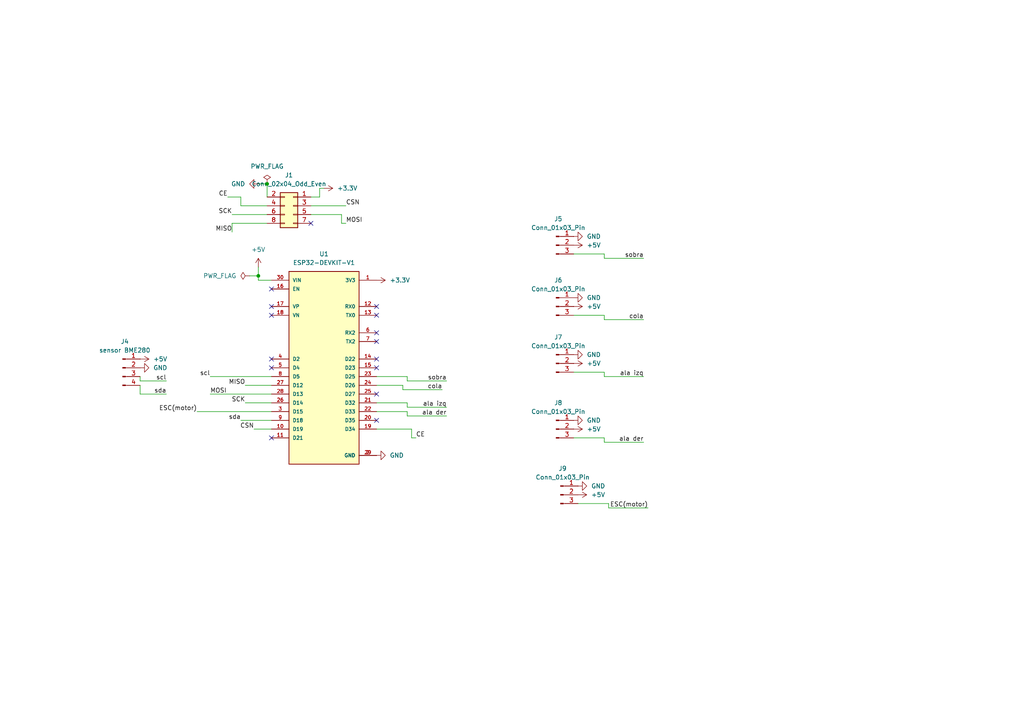
<source format=kicad_sch>
(kicad_sch (version 20231120) (generator "eeschema") (generator_version "8.0")
  (paper "A4")
  (lib_symbols
    (symbol "Connector:Conn_01x03_Pin" (pin_names (offset 1.016) hide)
      (property "Reference" "J" (at 0 5.08 0))
      (property "Value" "Conn_01x03_Pin" (at 0 -5.08 0))
      (symbol "Conn_01x03_Pin_1_1"
        (polyline (pts (xy 1.27 -2.54) (xy 0.8636 -2.54)) (stroke (width 0.1524)))
        (polyline (pts (xy 1.27 0) (xy 0.8636 0)) (stroke (width 0.1524)))
        (polyline (pts (xy 1.27 2.54) (xy 0.8636 2.54)) (stroke (width 0.1524)))
        (rectangle (start 0.8636 -2.413) (end 0 -2.667) (stroke (width 0.1524)) (fill (type outline)))
        (rectangle (start 0.8636 0.127) (end 0 -0.127) (stroke (width 0.1524)) (fill (type outline)))
        (rectangle (start 0.8636 2.667) (end 0 2.413) (stroke (width 0.1524)) (fill (type outline)))
        (pin passive line (at 5.08 2.54 180) (length 3.81) (name "Pin_1") (number "1"))
        (pin passive line (at 5.08 0 180) (length 3.81) (name "Pin_2") (number "2"))
        (pin passive line (at 5.08 -2.54 180) (length 3.81) (name "Pin_3") (number "3"))
      )
    )
    (symbol "Connector:Conn_01x04_Pin" (pin_names (offset 1.016) hide)
      (property "Reference" "J" (at 0 5.08 0))
      (property "Value" "Conn_01x04_Pin" (at 0 -7.62 0))
      (symbol "Conn_01x04_Pin_1_1"
        (polyline (pts (xy 1.27 -5.08) (xy 0.8636 -5.08)) (stroke (width 0.1524)))
        (polyline (pts (xy 1.27 -2.54) (xy 0.8636 -2.54)) (stroke (width 0.1524)))
        (polyline (pts (xy 1.27 0) (xy 0.8636 0)) (stroke (width 0.1524)))
        (polyline (pts (xy 1.27 2.54) (xy 0.8636 2.54)) (stroke (width 0.1524)))
        (rectangle (start 0.8636 -4.953) (end 0 -5.207) (stroke (width 0.1524)) (fill (type outline)))
        (rectangle (start 0.8636 -2.413) (end 0 -2.667) (stroke (width 0.1524)) (fill (type outline)))
        (rectangle (start 0.8636 0.127) (end 0 -0.127) (stroke (width 0.1524)) (fill (type outline)))
        (rectangle (start 0.8636 2.667) (end 0 2.413) (stroke (width 0.1524)) (fill (type outline)))
        (pin passive line (at 5.08 2.54 180) (length 3.81) (name "Pin_1") (number "1"))
        (pin passive line (at 5.08 0 180) (length 3.81) (name "Pin_2") (number "2"))
        (pin passive line (at 5.08 -2.54 180) (length 3.81) (name "Pin_3") (number "3"))
        (pin passive line (at 5.08 -5.08 180) (length 3.81) (name "Pin_4") (number "4"))
      )
    )
    (symbol "Connector_Generic:Conn_02x04_Odd_Even" (pin_names (offset 1.016) hide)
      (property "Reference" "J" (at 1.27 5.08 0))
      (property "Value" "Conn_02x04_Odd_Even" (at 1.27 -7.62 0))
      (symbol "Conn_02x04_Odd_Even_1_1"
        (rectangle (start -1.27 -4.953) (end 0 -5.207) (stroke (width 0.1524)))
        (rectangle (start -1.27 -2.413) (end 0 -2.667) (stroke (width 0.1524)))
        (rectangle (start -1.27 0.127) (end 0 -0.127) (stroke (width 0.1524)))
        (rectangle (start -1.27 2.667) (end 0 2.413) (stroke (width 0.1524)))
        (rectangle (start -1.27 3.81) (end 3.81 -6.35) (stroke (width 0.254)) (fill (type background)))
        (rectangle (start 3.81 -4.953) (end 2.54 -5.207) (stroke (width 0.1524)))
        (rectangle (start 3.81 -2.413) (end 2.54 -2.667) (stroke (width 0.1524)))
        (rectangle (start 3.81 0.127) (end 2.54 -0.127) (stroke (width 0.1524)))
        (rectangle (start 3.81 2.667) (end 2.54 2.413) (stroke (width 0.1524)))
        (pin passive line (at -5.08 2.54 0) (length 3.81) (name "Pin_1") (number "1"))
        (pin passive line (at 7.62 2.54 180) (length 3.81) (name "Pin_2") (number "2"))
        (pin passive line (at -5.08 0 0) (length 3.81) (name "Pin_3") (number "3"))
        (pin passive line (at 7.62 0 180) (length 3.81) (name "Pin_4") (number "4"))
        (pin passive line (at -5.08 -2.54 0) (length 3.81) (name "Pin_5") (number "5"))
        (pin passive line (at 7.62 -2.54 180) (length 3.81) (name "Pin_6") (number "6"))
        (pin passive line (at -5.08 -5.08 0) (length 3.81) (name "Pin_7") (number "7"))
        (pin passive line (at 7.62 -5.08 180) (length 3.81) (name "Pin_8") (number "8"))
      )
    )
    (symbol "ESP32 huella:ESP32-DEVKIT-V1" (pin_names (offset 1.016))
      (property "Reference" "U" (at -10.16 30.48 0))
      (property "Value" "ESP32-DEVKIT-V1" (at -10.16 -30.48 0))
      (symbol "ESP32-DEVKIT-V1_0_0"
        (rectangle (start -10.16 -27.94) (end 10.16 27.94) (stroke (width 0.254)) (fill (type background)))
        (pin output line (at 15.24 25.4 180) (length 5.08) (name "3V3") (number "1"))
        (pin bidirectional line (at -15.24 -17.78 0) (length 5.08) (name "D19") (number "10"))
        (pin bidirectional line (at -15.24 -20.32 0) (length 5.08) (name "D21") (number "11"))
        (pin input line (at 15.24 17.78 180) (length 5.08) (name "RX0") (number "12"))
        (pin output line (at 15.24 15.24 180) (length 5.08) (name "TX0") (number "13"))
        (pin bidirectional line (at 15.24 2.54 180) (length 5.08) (name "D22") (number "14"))
        (pin bidirectional line (at 15.24 0 180) (length 5.08) (name "D23") (number "15"))
        (pin input line (at -15.24 22.86 0) (length 5.08) (name "EN") (number "16"))
        (pin bidirectional line (at -15.24 17.78 0) (length 5.08) (name "VP") (number "17"))
        (pin bidirectional line (at -15.24 15.24 0) (length 5.08) (name "VN") (number "18"))
        (pin bidirectional line (at 15.24 -17.78 180) (length 5.08) (name "D34") (number "19"))
        (pin power_in line (at 15.24 -25.4 180) (length 5.08) (name "GND") (number "2"))
        (pin bidirectional line (at 15.24 -15.24 180) (length 5.08) (name "D35") (number "20"))
        (pin bidirectional line (at 15.24 -10.16 180) (length 5.08) (name "D32") (number "21"))
        (pin bidirectional line (at 15.24 -12.7 180) (length 5.08) (name "D33") (number "22"))
        (pin bidirectional line (at 15.24 -2.54 180) (length 5.08) (name "D25") (number "23"))
        (pin bidirectional line (at 15.24 -5.08 180) (length 5.08) (name "D26") (number "24"))
        (pin bidirectional line (at 15.24 -7.62 180) (length 5.08) (name "D27") (number "25"))
        (pin bidirectional line (at -15.24 -10.16 0) (length 5.08) (name "D14") (number "26"))
        (pin bidirectional line (at -15.24 -5.08 0) (length 5.08) (name "D12") (number "27"))
        (pin bidirectional line (at -15.24 -7.62 0) (length 5.08) (name "D13") (number "28"))
        (pin power_in line (at 15.24 -25.4 180) (length 5.08) (name "GND") (number "29"))
        (pin bidirectional line (at -15.24 -12.7 0) (length 5.08) (name "D15") (number "3"))
        (pin input line (at -15.24 25.4 0) (length 5.08) (name "VIN") (number "30"))
        (pin bidirectional line (at -15.24 2.54 0) (length 5.08) (name "D2") (number "4"))
        (pin bidirectional line (at -15.24 0 0) (length 5.08) (name "D4") (number "5"))
        (pin input line (at 15.24 10.16 180) (length 5.08) (name "RX2") (number "6"))
        (pin output line (at 15.24 7.62 180) (length 5.08) (name "TX2") (number "7"))
        (pin bidirectional line (at -15.24 -2.54 0) (length 5.08) (name "D5") (number "8"))
        (pin bidirectional line (at -15.24 -15.24 0) (length 5.08) (name "D18") (number "9"))
      )
    )
    (symbol "power:+3.3V" (power) (pin_numbers hide) (pin_names (offset 0) hide)
      (property "Value" "+3.3V" (at 0 3.556 0))
      (symbol "+3.3V_0_1"
        (polyline (pts (xy -0.762 1.27) (xy 0 2.54)))
        (polyline (pts (xy 0 0) (xy 0 2.54)))
        (polyline (pts (xy 0 2.54) (xy 0.762 1.27)))
      )
      (symbol "+3.3V_1_1"
        (pin power_in line (at 0 0 90) (length 0) (name "~") (number "1"))
      )
    )
    (symbol "power:+5V" (power) (pin_numbers hide) (pin_names (offset 0) hide)
      (property "Value" "+5V" (at 0 3.556 0))
      (symbol "+5V_0_1"
        (polyline (pts (xy -0.762 1.27) (xy 0 2.54)))
        (polyline (pts (xy 0 0) (xy 0 2.54)))
        (polyline (pts (xy 0 2.54) (xy 0.762 1.27)))
      )
      (symbol "+5V_1_1"
        (pin power_in line (at 0 0 90) (length 0) (name "~") (number "1"))
      )
    )
    (symbol "power:GND" (power) (pin_numbers hide) (pin_names (offset 0) hide)
      (property "Value" "GND" (at 0 -3.81 0))
      (symbol "GND_0_1"
        (polyline (pts (xy 0 0) (xy 0 -1.27) (xy 1.27 -1.27) (xy 0 -2.54) (xy -1.27 -1.27) (xy 0 -1.27)))
      )
      (symbol "GND_1_1"
        (pin power_in line (at 0 0 270) (length 0) (name "~") (number "1"))
      )
    )
    (symbol "power:PWR_FLAG" (power) (pin_numbers hide) (pin_names (offset 0) hide)
      (property "Value" "PWR_FLAG" (at 0 3.81 0))
      (symbol "PWR_FLAG_0_0"
        (pin power_out line (at 0 0 90) (length 0) (name "~") (number "1"))
      )
      (symbol "PWR_FLAG_0_1"
        (polyline (pts (xy 0 0) (xy 0 1.27) (xy -1.016 1.905) (xy 0 2.54) (xy 1.016 1.905) (xy 0 1.27)))
      )
    )
  )
  (junction (at 74.93 80.01))
  (junction (at 77.47 53.34))
  (no_connect (at 109.22 99.06))
  (no_connect (at 78.74 104.14))
  (no_connect (at 109.22 96.52))
  (no_connect (at 109.22 114.3))
  (no_connect (at 78.74 91.44))
  (no_connect (at 90.17 64.77))
  (no_connect (at 78.74 127))
  (no_connect (at 109.22 104.14))
  (no_connect (at 78.74 83.82))
  (no_connect (at 78.74 88.9))
  (no_connect (at 78.74 106.68))
  (no_connect (at 109.22 121.92))
  (no_connect (at 109.22 106.68))
  (no_connect (at 109.22 91.44))
  (no_connect (at 109.22 88.9))
  (wire (pts (xy 71.12 116.84) (xy 78.74 116.84)))
  (wire (pts (xy 166.37 107.95) (xy 175.26 107.95)))
  (wire (pts (xy 67.31 64.77) (xy 67.31 67.31)))
  (wire (pts (xy 90.17 59.69) (xy 100.33 59.69)))
  (wire (pts (xy 118.11 120.65) (xy 129.54 120.65)))
  (wire (pts (xy 167.64 146.05) (xy 176.53 146.05)))
  (wire (pts (xy 175.26 107.95) (xy 175.26 109.22)))
  (wire (pts (xy 99.06 64.77) (xy 100.33 64.77)))
  (wire (pts (xy 118.11 118.11) (xy 129.54 118.11)))
  (wire (pts (xy 175.26 73.66) (xy 175.26 74.93)))
  (wire (pts (xy 48.26 110.49) (xy 40.64 110.49)))
  (wire (pts (xy 116.84 111.76) (xy 109.22 111.76)))
  (wire (pts (xy 119.38 127) (xy 119.38 124.46)))
  (wire (pts (xy 60.96 114.3) (xy 78.74 114.3)))
  (wire (pts (xy 175.26 92.71) (xy 186.69 92.71)))
  (wire (pts (xy 118.11 109.22) (xy 118.11 110.49)))
  (wire (pts (xy 175.26 109.22) (xy 186.69 109.22)))
  (wire (pts (xy 176.53 147.32) (xy 187.96 147.32)))
  (wire (pts (xy 92.71 57.15) (xy 90.17 57.15)))
  (wire (pts (xy 71.12 111.76) (xy 78.74 111.76)))
  (wire (pts (xy 175.26 91.44) (xy 175.26 92.71)))
  (wire (pts (xy 109.22 109.22) (xy 118.11 109.22)))
  (wire (pts (xy 78.74 81.28) (xy 74.93 81.28)))
  (wire (pts (xy 118.11 116.84) (xy 118.11 118.11)))
  (wire (pts (xy 99.06 64.77) (xy 99.06 62.23)))
  (wire (pts (xy 69.85 59.69) (xy 77.47 59.69)))
  (wire (pts (xy 176.53 146.05) (xy 176.53 147.32)))
  (wire (pts (xy 69.85 57.15) (xy 69.85 59.69)))
  (wire (pts (xy 116.84 113.03) (xy 128.27 113.03)))
  (wire (pts (xy 166.37 127) (xy 175.26 127)))
  (wire (pts (xy 48.26 114.3) (xy 40.64 114.3)))
  (wire (pts (xy 119.38 124.46) (xy 109.22 124.46)))
  (wire (pts (xy 99.06 62.23) (xy 90.17 62.23)))
  (wire (pts (xy 109.22 119.38) (xy 118.11 119.38)))
  (wire (pts (xy 74.93 53.34) (xy 77.47 53.34)))
  (wire (pts (xy 60.96 109.22) (xy 78.74 109.22)))
  (wire (pts (xy 119.38 127) (xy 120.65 127)))
  (wire (pts (xy 118.11 110.49) (xy 129.54 110.49)))
  (wire (pts (xy 69.85 57.15) (xy 66.04 57.15)))
  (wire (pts (xy 93.98 54.61) (xy 92.71 54.61)))
  (wire (pts (xy 74.93 81.28) (xy 74.93 80.01)))
  (wire (pts (xy 74.93 80.01) (xy 74.93 77.47)))
  (wire (pts (xy 166.37 91.44) (xy 175.26 91.44)))
  (wire (pts (xy 40.64 110.49) (xy 40.64 109.22)))
  (wire (pts (xy 77.47 53.34) (xy 77.47 57.15)))
  (wire (pts (xy 109.22 116.84) (xy 118.11 116.84)))
  (wire (pts (xy 175.26 74.93) (xy 186.69 74.93)))
  (wire (pts (xy 40.64 114.3) (xy 40.64 111.76)))
  (wire (pts (xy 69.85 121.92) (xy 78.74 121.92)))
  (wire (pts (xy 92.71 54.61) (xy 92.71 57.15)))
  (wire (pts (xy 166.37 73.66) (xy 175.26 73.66)))
  (wire (pts (xy 175.26 127) (xy 175.26 128.27)))
  (wire (pts (xy 116.84 111.76) (xy 116.84 113.03)))
  (wire (pts (xy 72.39 80.01) (xy 74.93 80.01)))
  (wire (pts (xy 77.47 64.77) (xy 67.31 64.77)))
  (wire (pts (xy 118.11 119.38) (xy 118.11 120.65)))
  (wire (pts (xy 57.15 119.38) (xy 78.74 119.38)))
  (wire (pts (xy 77.47 62.23) (xy 67.31 62.23)))
  (wire (pts (xy 73.66 124.46) (xy 78.74 124.46)))
  (wire (pts (xy 175.26 128.27) (xy 186.69 128.27)))
  (label "CE" (at 66.04 57.15 180))
  (label "ala der" (at 129.54 120.65 180))
  (label "sda" (at 69.85 121.92 180))
  (label "CSN" (at 73.66 124.46 180))
  (label "CE" (at 120.65 127 0))
  (label "sobra" (at 129.54 110.49 180))
  (label "SCK" (at 67.31 62.23 180))
  (label "ESC(motor)" (at 187.96 147.32 180))
  (label "sda" (at 48.26 114.3 180))
  (label "scl" (at 48.26 110.49 180))
  (label "ala der" (at 186.69 128.27 180))
  (label "ESC(motor)" (at 57.15 119.38 180))
  (label "MOSI" (at 100.33 64.77 0))
  (label "CSN" (at 100.33 59.69 0))
  (label "cola" (at 128.27 113.03 180))
  (label "ala izq" (at 129.54 118.11 180))
  (label "cola" (at 186.69 92.71 180))
  (label "MISO" (at 67.31 67.31 180))
  (label "scl" (at 60.96 109.22 180))
  (label "SCK" (at 71.12 116.84 180))
  (label "MOSI" (at 60.96 114.3 0))
  (label "ala izq" (at 186.69 109.22 180))
  (label "MISO" (at 71.12 111.76 180))
  (label "sobra" (at 186.69 74.93 180))
  (symbol (lib_id "Connector:Conn_01x04_Pin") (at 35.56 106.68 0) (unit 1)
    (property "Reference" "J4" (at 36.195 99.06 0))
    (property "Value" "sensor BME280" (at 36.195 101.6 0))
    (property "Footprint" "Connector_PinHeader_2.54mm:PinHeader_1x04_P2.54mm_Vertical" (effects (hide yes)))
    (property "Description" "Generic connector, single row, 01x04, script generated" (effects (hide yes)))
  )
  (symbol (lib_id "power:+5V") (at 40.64 104.14 270) (unit 1)
    (property "Reference" "#PWR02" (effects (hide yes)))
    (property "Value" "+5V" (at 44.45 104.1399 90) (effects (justify left)))
    (property "Description" "Power symbol creates a global label with name \"+5V\"" (effects (hide yes)))
  )
  (symbol (lib_id "power:GND") (at 166.37 86.36 90) (unit 1)
    (property "Reference" "#PWR09" (effects (hide yes)))
    (property "Value" "GND" (at 170.18 86.3599 90) (effects (justify right)))
    (property "Description" "Power symbol creates a global label with name \"GND\" , ground" (effects (hide yes)))
  )
  (symbol (lib_id "Connector:Conn_01x03_Pin") (at 161.29 124.46 0) (unit 1)
    (property "Reference" "J8" (at 161.925 116.84 0))
    (property "Value" "Conn_01x03_Pin" (at 161.925 119.38 0))
    (property "Footprint" "Connector_PinHeader_2.54mm:PinHeader_1x03_P2.54mm_Vertical" (effects (hide yes)))
    (property "Description" "Generic connector, single row, 01x03, script generated" (effects (hide yes)))
  )
  (symbol (lib_id "power:+3.3V") (at 93.98 54.61 270) (unit 1)
    (property "Reference" "#PWR05" (effects (hide yes)))
    (property "Value" "+3.3V" (at 97.79 54.6099 90) (effects (justify left)))
    (property "Description" "Power symbol creates a global label with name \"+3.3V\"" (effects (hide yes)))
  )
  (symbol (lib_id "power:GND") (at 74.93 53.34 270) (unit 1)
    (property "Reference" "#PWR01" (effects (hide yes)))
    (property "Value" "GND" (at 71.12 53.3399 90) (effects (justify right)))
    (property "Description" "Power symbol creates a global label with name \"GND\" , ground" (effects (hide yes)))
  )
  (symbol (lib_id "power:+5V") (at 74.93 77.47 0) (unit 1)
    (property "Reference" "#PWR018" (effects (hide yes)))
    (property "Value" "+5V" (at 74.93 72.39 0))
    (property "Description" "Power symbol creates a global label with name \"+5V\"" (effects (hide yes)))
  )
  (symbol (lib_id "power:GND") (at 166.37 121.92 90) (unit 1)
    (property "Reference" "#PWR013" (effects (hide yes)))
    (property "Value" "GND" (at 170.18 121.9199 90) (effects (justify right)))
    (property "Description" "Power symbol creates a global label with name \"GND\" , ground" (effects (hide yes)))
  )
  (symbol (lib_id "Connector:Conn_01x03_Pin") (at 162.56 143.51 0) (unit 1)
    (property "Reference" "J9" (at 163.195 135.89 0))
    (property "Value" "Conn_01x03_Pin" (at 163.195 138.43 0))
    (property "Footprint" "Connector_PinHeader_2.54mm:PinHeader_1x03_P2.54mm_Vertical" (effects (hide yes)))
    (property "Description" "Generic connector, single row, 01x03, script generated" (effects (hide yes)))
  )
  (symbol (lib_id "Connector:Conn_01x03_Pin") (at 161.29 105.41 0) (unit 1)
    (property "Reference" "J7" (at 161.925 97.79 0))
    (property "Value" "Conn_01x03_Pin" (at 161.925 100.33 0))
    (property "Footprint" "Connector_PinHeader_2.54mm:PinHeader_1x03_P2.54mm_Vertical" (effects (hide yes)))
    (property "Description" "Generic connector, single row, 01x03, script generated" (effects (hide yes)))
  )
  (symbol (lib_id "power:GND") (at 166.37 102.87 90) (unit 1)
    (property "Reference" "#PWR011" (effects (hide yes)))
    (property "Value" "GND" (at 170.18 102.8699 90) (effects (justify right)))
    (property "Description" "Power symbol creates a global label with name \"GND\" , ground" (effects (hide yes)))
  )
  (symbol (lib_id "power:PWR_FLAG") (at 72.39 80.01 90) (unit 1)
    (property "Reference" "#FLG03" (effects (hide yes)))
    (property "Value" "PWR_FLAG" (at 68.58 80.0099 90) (effects (justify left)))
    (property "Description" "Special symbol for telling ERC where power comes from" (effects (hide yes)))
  )
  (symbol (lib_id "power:GND") (at 166.37 68.58 90) (unit 1)
    (property "Reference" "#PWR08" (effects (hide yes)))
    (property "Value" "GND" (at 170.18 68.5799 90) (effects (justify right)))
    (property "Description" "Power symbol creates a global label with name \"GND\" , ground" (effects (hide yes)))
  )
  (symbol (lib_id "ESP32 huella:ESP32-DEVKIT-V1") (at 93.98 106.68 0) (unit 1)
    (property "Reference" "U1" (at 93.98 73.66 0))
    (property "Value" "ESP32-DEVKIT-V1" (at 93.98 76.2 0))
    (property "Footprint" "Esp32 huella:MODULE_ESP32_DEVKIT_V1" (effects (hide yes)))
    (property "MF" "Do it" (effects (hide yes)))
    (property "MAXIMUM_PACKAGE_HEIGHT" "6.8 mm" (effects (hide yes)))
    (property "Package" "None" (effects (hide yes)))
    (property "Price" "None" (effects (hide yes)))
    (property "Check_prices" "https://www.snapeda.com/parts/ESP32-DEVKIT-V1/Do+it/view-part/?ref=eda" (effects (hide yes)))
    (property "STANDARD" "Manufacturer Recommendations" (effects (hide yes)))
    (property "PARTREV" "N/A" (effects (hide yes)))
    (property "SnapEDA_Link" "https://www.snapeda.com/parts/ESP32-DEVKIT-V1/Do+it/view-part/?ref=snap" (effects (hide yes)))
    (property "MP" "ESP32-DEVKIT-V1" (effects (hide yes)))
    (property "Description_1" "\nDual core, Wi-Fi: 2.4 GHz up to 150 Mbits/s,BLE (Bluetooth Low Energy) and legacy Bluetooth, 32 bits, Up to 240 MHz\n" (effects (hide yes)))
    (property "Availability" "Not in stock" (effects (hide yes)))
    (property "MANUFACTURER" "DOIT" (effects (hide yes)))
  )
  (symbol (lib_id "Connector:Conn_01x03_Pin") (at 161.29 71.12 0) (unit 1)
    (property "Reference" "J5" (at 161.925 63.5 0))
    (property "Value" "Conn_01x03_Pin" (at 161.925 66.04 0))
    (property "Footprint" "Connector_PinHeader_2.54mm:PinHeader_1x03_P2.54mm_Vertical" (effects (hide yes)))
    (property "Description" "Generic connector, single row, 01x03, script generated" (effects (hide yes)))
  )
  (symbol (lib_id "power:+5V") (at 166.37 105.41 270) (unit 1)
    (property "Reference" "#PWR012" (effects (hide yes)))
    (property "Value" "+5V" (at 170.18 105.4099 90) (effects (justify left)))
    (property "Description" "Power symbol creates a global label with name \"+5V\"" (effects (hide yes)))
  )
  (symbol (lib_id "power:+5V") (at 167.64 143.51 270) (unit 1)
    (property "Reference" "#PWR016" (effects (hide yes)))
    (property "Value" "+5V" (at 171.45 143.5099 90) (effects (justify left)))
    (property "Description" "Power symbol creates a global label with name \"+5V\"" (effects (hide yes)))
  )
  (symbol (lib_id "power:+5V") (at 166.37 124.46 270) (unit 1)
    (property "Reference" "#PWR014" (effects (hide yes)))
    (property "Value" "+5V" (at 170.18 124.4599 90) (effects (justify left)))
    (property "Description" "Power symbol creates a global label with name \"+5V\"" (effects (hide yes)))
  )
  (symbol (lib_id "power:GND") (at 109.22 132.08 90) (unit 1)
    (property "Reference" "#PWR020" (effects (hide yes)))
    (property "Value" "GND" (at 113.03 132.0799 90) (effects (justify right)))
    (property "Description" "Power symbol creates a global label with name \"GND\" , ground" (effects (hide yes)))
  )
  (symbol (lib_id "power:PWR_FLAG") (at 77.47 53.34 0) (unit 1)
    (property "Reference" "#FLG02" (effects (hide yes)))
    (property "Value" "PWR_FLAG" (at 77.47 48.26 0))
    (property "Description" "Special symbol for telling ERC where power comes from" (effects (hide yes)))
  )
  (symbol (lib_id "power:+5V") (at 166.37 71.12 270) (unit 1)
    (property "Reference" "#PWR03" (effects (hide yes)))
    (property "Value" "+5V" (at 170.18 71.1199 90) (effects (justify left)))
    (property "Description" "Power symbol creates a global label with name \"+5V\"" (effects (hide yes)))
  )
  (symbol (lib_id "power:GND") (at 40.64 106.68 90) (unit 1)
    (property "Reference" "#PWR04" (effects (hide yes)))
    (property "Value" "GND" (at 44.45 106.6799 90) (effects (justify right)))
    (property "Description" "Power symbol creates a global label with name \"GND\" , ground" (effects (hide yes)))
  )
  (symbol (lib_id "power:+5V") (at 166.37 88.9 270) (unit 1)
    (property "Reference" "#PWR010" (effects (hide yes)))
    (property "Value" "+5V" (at 170.18 88.8999 90) (effects (justify left)))
    (property "Description" "Power symbol creates a global label with name \"+5V\"" (effects (hide yes)))
  )
  (symbol (lib_id "power:GND") (at 167.64 140.97 90) (unit 1)
    (property "Reference" "#PWR015" (effects (hide yes)))
    (property "Value" "GND" (at 171.45 140.9699 90) (effects (justify right)))
    (property "Description" "Power symbol creates a global label with name \"GND\" , ground" (effects (hide yes)))
  )
  (symbol (lib_id "Connector_Generic:Conn_02x04_Odd_Even") (at 85.09 59.69 0) (mirror y) (unit 1)
    (property "Reference" "J1" (at 83.82 50.8 0))
    (property "Value" "Conn_02x04_Odd_Even" (at 83.82 53.34 0))
    (property "Footprint" "Connector_PinSocket_2.54mm:PinSocket_2x04_P2.54mm_Vertical" (effects (hide yes)))
    (property "Description" "Generic connector, double row, 02x04, odd/even pin numbering scheme (row 1 odd numbers, row 2 even numbers), script generated (kicad-library-utils/schlib/autogen/connector/)" (effects (hide yes)))
  )
  (symbol (lib_id "Connector:Conn_01x03_Pin") (at 161.29 88.9 0) (unit 1)
    (property "Reference" "J6" (at 161.925 81.28 0))
    (property "Value" "Conn_01x03_Pin" (at 161.925 83.82 0))
    (property "Footprint" "Connector_PinHeader_2.54mm:PinHeader_1x03_P2.54mm_Vertical" (effects (hide yes)))
    (property "Description" "Generic connector, single row, 01x03, script generated" (effects (hide yes)))
  )
  (symbol (lib_id "power:+3.3V") (at 109.22 81.28 270) (unit 1)
    (property "Reference" "#PWR019" (effects (hide yes)))
    (property "Value" "+3.3V" (at 113.03 81.2799 90) (effects (justify left)))
    (property "Description" "Power symbol creates a global label with name \"+3.3V\"" (effects (hide yes)))
  )
)
</source>
